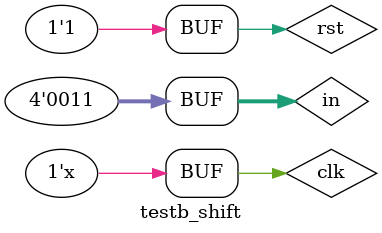
<source format=v>
module shift_serial_output(rst,clk,in,out);
    input clk, rst;
    input [3:0] in;
    reg [3:0] sft_reg;
    output out;
    reg out;
    always @(posedge clk or negedge rst) begin
        if(! rst) begin sft_reg = in; end
        else begin
            out = sft_reg[0];
            sft_reg = sft_reg >> 1;
        end
    end 
endmodule

module testb_shift;
    reg clk, rst;
    reg [3:0] in;
    wire out;
    
    shift_serial_output dut(rst,clk,in,out);
    
    initial begin
        clk = 0;
        rst = 1;
        #1
        rst = 0;
        #4
        rst = 1;
        in = 4'b0001;
        #2
        in = 4'b1001;
        #2
        in = 4'b0101;
        #2
        in = 4'b0011;
    end

    always #1 clk = ~clk;
endmodule

</source>
